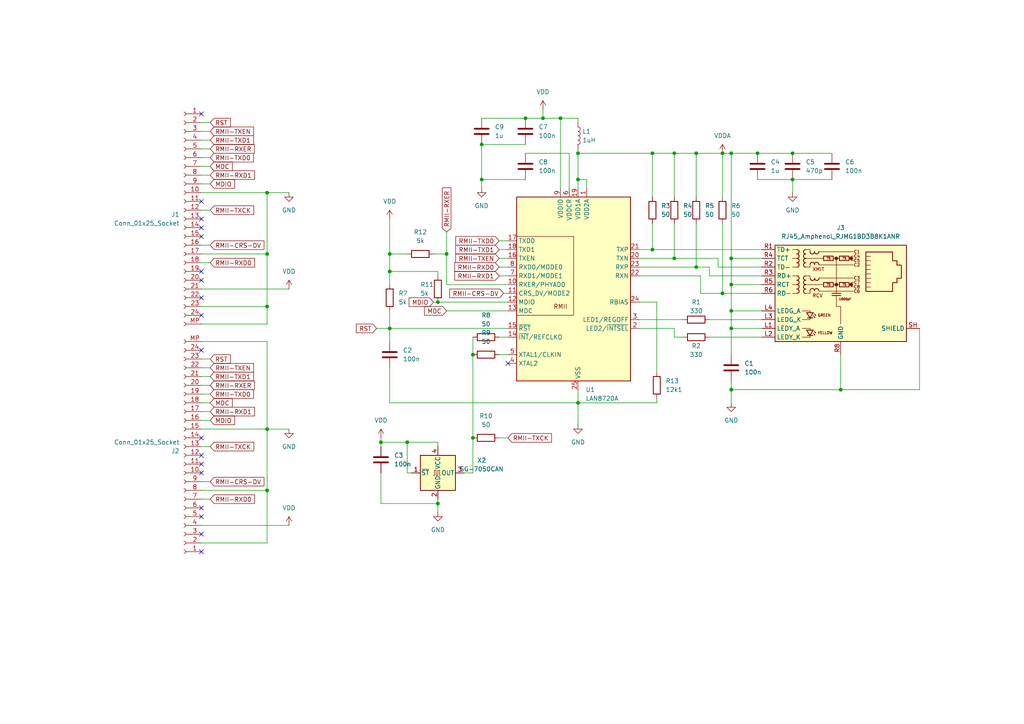
<source format=kicad_sch>
(kicad_sch (version 20230121) (generator eeschema)
  (paper "A4")
  (title_block (title "MangoPi MQ Pro 10/100 LAN PHY"))
  (lib_symbols
    (symbol "Connector:Conn_01x25_Socket" (pin_names (offset 1.016) hide)
      (property "Reference" "J1" (at 1.27 1.27 0))
      (property "Value" "Conn_01x25_Socket" (at 1.27 -1.27 0))
      (symbol "Conn_01x25_Socket_1_1"
        (arc (start 0 -29.972) (mid -0.5058 -30.48) (end 0 -30.988) (stroke (width 0.1524)))
        (arc (start 0 -27.432) (mid -0.5058 -27.94) (end 0 -28.448) (stroke (width 0.1524)))
        (arc (start 0 -24.892) (mid -0.5058 -25.4) (end 0 -25.908) (stroke (width 0.1524)))
        (arc (start 0 -22.352) (mid -0.5058 -22.86) (end 0 -23.368) (stroke (width 0.1524)))
        (arc (start 0 -19.812) (mid -0.5058 -20.32) (end 0 -20.828) (stroke (width 0.1524)))
        (arc (start 0 -17.272) (mid -0.5058 -17.78) (end 0 -18.288) (stroke (width 0.1524)))
        (arc (start 0 -14.732) (mid -0.5058 -15.24) (end 0 -15.748) (stroke (width 0.1524)))
        (arc (start 0 -12.192) (mid -0.5058 -12.7) (end 0 -13.208) (stroke (width 0.1524)))
        (arc (start 0 -9.652) (mid -0.5058 -10.16) (end 0 -10.668) (stroke (width 0.1524)))
        (arc (start 0 -7.112) (mid -0.5058 -7.62) (end 0 -8.128) (stroke (width 0.1524)))
        (arc (start 0 -4.572) (mid -0.5058 -5.08) (end 0 -5.588) (stroke (width 0.1524)))
        (arc (start 0 -2.032) (mid -0.5058 -2.54) (end 0 -3.048) (stroke (width 0.1524)))
        (polyline (pts (xy -1.27 -30.48) (xy -0.508 -30.48)) (stroke (width 0.1524)))
        (polyline (pts (xy -1.27 -27.94) (xy -0.508 -27.94)) (stroke (width 0.1524)))
        (polyline (pts (xy -1.27 -25.4) (xy -0.508 -25.4)) (stroke (width 0.1524)))
        (polyline (pts (xy -1.27 -22.86) (xy -0.508 -22.86)) (stroke (width 0.1524)))
        (polyline (pts (xy -1.27 -20.32) (xy -0.508 -20.32)) (stroke (width 0.1524)))
        (polyline (pts (xy -1.27 -17.78) (xy -0.508 -17.78)) (stroke (width 0.1524)))
        (polyline (pts (xy -1.27 -15.24) (xy -0.508 -15.24)) (stroke (width 0.1524)))
        (polyline (pts (xy -1.27 -12.7) (xy -0.508 -12.7)) (stroke (width 0.1524)))
        (polyline (pts (xy -1.27 -10.16) (xy -0.508 -10.16)) (stroke (width 0.1524)))
        (polyline (pts (xy -1.27 -7.62) (xy -0.508 -7.62)) (stroke (width 0.1524)))
        (polyline (pts (xy -1.27 -5.08) (xy -0.508 -5.08)) (stroke (width 0.1524)))
        (polyline (pts (xy -1.27 -2.54) (xy -0.508 -2.54)) (stroke (width 0.1524)))
        (polyline (pts (xy -1.27 0) (xy -0.508 0)) (stroke (width 0.1524)))
        (polyline (pts (xy -1.27 2.54) (xy -0.508 2.54)) (stroke (width 0.1524)))
        (polyline (pts (xy -1.27 5.08) (xy -0.508 5.08)) (stroke (width 0.1524)))
        (polyline (pts (xy -1.27 7.62) (xy -0.508 7.62)) (stroke (width 0.1524)))
        (polyline (pts (xy -1.27 10.16) (xy -0.508 10.16)) (stroke (width 0.1524)))
        (polyline (pts (xy -1.27 12.7) (xy -0.508 12.7)) (stroke (width 0.1524)))
        (polyline (pts (xy -1.27 15.24) (xy -0.508 15.24)) (stroke (width 0.1524)))
        (polyline (pts (xy -1.27 17.78) (xy -0.508 17.78)) (stroke (width 0.1524)))
        (polyline (pts (xy -1.27 20.32) (xy -0.508 20.32)) (stroke (width 0.1524)))
        (polyline (pts (xy -1.27 22.86) (xy -0.508 22.86)) (stroke (width 0.1524)))
        (polyline (pts (xy -1.27 25.4) (xy -0.508 25.4)) (stroke (width 0.1524)))
        (polyline (pts (xy -1.27 27.94) (xy -0.508 27.94)) (stroke (width 0.1524)))
        (polyline (pts (xy -1.27 30.48) (xy -0.508 30.48)) (stroke (width 0.1524)))
        (arc (start 0 0.508) (mid -0.5058 0) (end 0 -0.508) (stroke (width 0.1524)))
        (arc (start 0 3.048) (mid -0.5058 2.54) (end 0 2.032) (stroke (width 0.1524)))
        (arc (start 0 5.588) (mid -0.5058 5.08) (end 0 4.572) (stroke (width 0.1524)))
        (arc (start 0 8.128) (mid -0.5058 7.62) (end 0 7.112) (stroke (width 0.1524)))
        (arc (start 0 10.668) (mid -0.5058 10.16) (end 0 9.652) (stroke (width 0.1524)))
        (arc (start 0 13.208) (mid -0.5058 12.7) (end 0 12.192) (stroke (width 0.1524)))
        (arc (start 0 15.748) (mid -0.5058 15.24) (end 0 14.732) (stroke (width 0.1524)))
        (arc (start 0 18.288) (mid -0.5058 17.78) (end 0 17.272) (stroke (width 0.1524)))
        (arc (start 0 20.828) (mid -0.5058 20.32) (end 0 19.812) (stroke (width 0.1524)))
        (arc (start 0 23.368) (mid -0.5058 22.86) (end 0 22.352) (stroke (width 0.1524)))
        (arc (start 0 25.908) (mid -0.5058 25.4) (end 0 24.892) (stroke (width 0.1524)))
        (arc (start 0 28.448) (mid -0.5058 27.94) (end 0 27.432) (stroke (width 0.1524)))
        (arc (start 0 30.988) (mid -0.5058 30.48) (end 0 29.972) (stroke (width 0.1524)))
        (pin passive line (at -5.08 30.48 0) (length 3.81) (name "Pin_1") (number "1"))
        (pin passive line (at -5.08 7.62 0) (length 3.81) (name "Pin_10") (number "10"))
        (pin passive line (at -5.08 5.08 0) (length 3.81) (name "Pin_11") (number "11"))
        (pin passive line (at -5.08 2.54 0) (length 3.81) (name "Pin_12") (number "12"))
        (pin passive line (at -5.08 0 0) (length 3.81) (name "Pin_13") (number "13"))
        (pin passive line (at -5.08 -2.54 0) (length 3.81) (name "Pin_14") (number "14"))
        (pin passive line (at -5.08 -5.08 0) (length 3.81) (name "Pin_15") (number "15"))
        (pin passive line (at -5.08 -7.62 0) (length 3.81) (name "Pin_16") (number "16"))
        (pin passive line (at -5.08 -10.16 0) (length 3.81) (name "Pin_17") (number "17"))
        (pin passive line (at -5.08 -12.7 0) (length 3.81) (name "Pin_18") (number "18"))
        (pin passive line (at -5.08 -15.24 0) (length 3.81) (name "Pin_19") (number "19"))
        (pin passive line (at -5.08 27.94 0) (length 3.81) (name "Pin_2") (number "2"))
        (pin passive line (at -5.08 -17.78 0) (length 3.81) (name "Pin_20") (number "20"))
        (pin passive line (at -5.08 -20.32 0) (length 3.81) (name "Pin_21") (number "21"))
        (pin passive line (at -5.08 -22.86 0) (length 3.81) (name "Pin_22") (number "22"))
        (pin passive line (at -5.08 -25.4 0) (length 3.81) (name "Pin_23") (number "23"))
        (pin passive line (at -5.08 -27.94 0) (length 3.81) (name "Pin_24") (number "24"))
        (pin passive line (at -5.08 25.4 0) (length 3.81) (name "Pin_3") (number "3"))
        (pin passive line (at -5.08 22.86 0) (length 3.81) (name "Pin_4") (number "4"))
        (pin passive line (at -5.08 20.32 0) (length 3.81) (name "Pin_5") (number "5"))
        (pin passive line (at -5.08 17.78 0) (length 3.81) (name "Pin_6") (number "6"))
        (pin passive line (at -5.08 15.24 0) (length 3.81) (name "Pin_7") (number "7"))
        (pin passive line (at -5.08 12.7 0) (length 3.81) (name "Pin_8") (number "8"))
        (pin passive line (at -5.08 10.16 0) (length 3.81) (name "Pin_9") (number "9"))
        (pin passive line (at -5.08 -30.48 0) (length 3.81) (name "Pin_25") (number "MP"))
      )
    )
    (symbol "Connector:RJ45_Amphenol_RJMG1BD3B8K1ANR"
      (property "Reference" "J" (at 19.05 15.24 0))
      (property "Value" "RJ45_Amphenol_RJMG1BD3B8K1ANR" (at -19.05 15.24 0))
      (symbol "RJ45_Amphenol_RJMG1BD3B8K1ANR_0_0"
        (circle (center -1.27 2.54) (radius 0.0001) (stroke (width 0.508)))
        (circle (center -1.27 10.16) (radius 0.0001) (stroke (width 0.508)))
        (polyline (pts (xy -1.27 10.16) (xy -1.27 0)))
        (polyline (pts (xy 0 -0.635) (xy -2.54 -0.635)) (stroke (width 0.254)))
        (polyline (pts (xy 0 0) (xy -2.54 0)) (stroke (width 0.254)))
        (polyline (pts (xy 3.048 2.54) (xy 2.54 2.54)))
        (polyline (pts (xy 3.048 10.16) (xy 2.54 10.16)))
        (polyline (pts (xy -11.176 -12.7) (xy -8.89 -12.7) (xy -8.89 -12.065)))
        (polyline (pts (xy -11.176 -10.16) (xy -8.89 -10.16) (xy -8.89 -10.668)))
        (polyline (pts (xy -11.176 -5.08) (xy -8.89 -5.08) (xy -8.89 -5.588)))
        (polyline (pts (xy -8.89 -6.985) (xy -8.89 -7.62) (xy -11.176 -7.62)))
        (polyline (pts (xy -1.27 -0.635) (xy -1.27 -3.81) (xy 0 -3.81) (xy 0 -8.89)))
        (polyline (pts (xy 3.683 3.175) (xy 3.048 3.175) (xy 3.048 1.905) (xy 3.683 1.905)))
        (polyline (pts (xy 3.683 10.795) (xy 3.048 10.795) (xy 3.048 9.525) (xy 3.683 9.525)))
        (circle (center 3.048 2.54) (radius 0.0001) (stroke (width 0.508)))
        (circle (center 3.048 10.16) (radius 0.0001) (stroke (width 0.508)))
        (text "C1" (at 4.699 12.065 0) (effects (font (size 0.889 0.889))))
        (text "C2" (at 4.699 8.255 0) (effects (font (size 0.889 0.889))))
        (text "C3" (at 4.699 4.445 0) (effects (font (size 0.889 0.889))))
        (text "C4" (at 4.699 10.795 0) (effects (font (size 0.889 0.889))))
        (text "C5" (at 4.699 9.525 0) (effects (font (size 0.889 0.889))))
        (text "C6" (at 4.699 0.635 0) (effects (font (size 0.889 0.889))))
        (text "C7" (at 4.699 3.175 0) (effects (font (size 0.889 0.889))))
        (text "C8" (at 4.699 1.905 0) (effects (font (size 0.889 0.889))))
        (text "GREEN" (at -6.731 -6.35 0) (effects (font (size 0.762 0.762)) (justify left)))
        (text "RCV" (at -8.255 -0.635 0) (effects (font (size 1.016 1.016)) (justify left)))
        (text "XMIT" (at -8.255 6.985 0) (effects (font (size 1.016 1.016)) (justify left)))
        (text "YELLOW" (at -6.731 -11.43 0) (effects (font (size 0.762 0.762)) (justify left)))
      )
      (symbol "RJ45_Amphenol_RJMG1BD3B8K1ANR_0_1"
        (rectangle (start -19.05 13.97) (end 19.05 -13.97) (stroke (width 0.254)) (fill (type background)))
        (polyline (pts (xy -12.7 0) (xy -13.97 0)))
        (polyline (pts (xy -12.7 2.54) (xy -13.97 2.54)))
        (polyline (pts (xy -12.7 5.08) (xy -13.97 5.08)))
        (polyline (pts (xy -12.7 7.62) (xy -13.97 7.62)))
        (polyline (pts (xy -12.7 10.16) (xy -13.97 10.16)))
        (polyline (pts (xy -12.7 12.7) (xy -13.97 12.7)))
        (polyline (pts (xy -6.35 0.635) (xy 3.683 0.635)))
        (polyline (pts (xy -6.35 8.255) (xy 3.683 8.255)))
        (polyline (pts (xy -6.35 12.065) (xy 3.683 12.065)))
        (polyline (pts (xy -6.223 4.445) (xy 3.683 4.445)))
        (polyline (pts (xy -5.08 2.54) (xy -10.16 2.54)))
        (polyline (pts (xy -4.953 10.16) (xy -10.16 10.16)))
        (polyline (pts (xy -2.159 2.54) (xy -0.381 2.54)))
        (polyline (pts (xy -2.159 10.16) (xy -0.381 10.16)))
        (polyline (pts (xy 7.4295 3.1115) (xy 8.6995 3.1115)))
        (polyline (pts (xy 7.4295 4.3815) (xy 8.6995 4.3815)))
        (polyline (pts (xy 7.4295 5.6515) (xy 8.6995 5.6515)))
        (polyline (pts (xy 7.4295 6.9215) (xy 8.6995 6.9215)))
        (polyline (pts (xy 7.4295 8.1915) (xy 8.6995 8.1915)))
        (polyline (pts (xy 8.6995 1.8415) (xy 7.4295 1.8415)))
        (polyline (pts (xy 8.6995 9.4615) (xy 7.4295 9.4615)))
        (polyline (pts (xy 8.6995 10.7315) (xy 7.4295 10.7315)))
        (polyline (pts (xy -10.16 5.08) (xy -8.89 5.08) (xy -8.89 4.445)))
        (polyline (pts (xy -10.16 12.7) (xy -8.89 12.7) (xy -8.89 12.065)))
        (polyline (pts (xy -8.89 0.635) (xy -8.89 0) (xy -10.16 0)))
        (polyline (pts (xy -8.89 8.255) (xy -8.89 7.62) (xy -10.16 7.62)))
      )
      (symbol "RJ45_Amphenol_RJMG1BD3B8K1ANR_1_0"
        (text "1000pF" (at 1.27 -1.651 0) (effects (font (size 0.635 0.635))))
      )
      (symbol "RJ45_Amphenol_RJMG1BD3B8K1ANR_1_1"
        (arc (start -12.7 3.81) (mid -12.0677 4.445) (end -12.7 5.08) (stroke (width 0.254)))
        (arc (start -12.6973 0) (mid -12.065 0.635) (end -12.6973 1.27) (stroke (width 0.254)))
        (arc (start -12.6973 1.27) (mid -12.065 1.905) (end -12.6973 2.54) (stroke (width 0.254)))
        (arc (start -12.6973 2.54) (mid -12.065 3.175) (end -12.6973 3.81) (stroke (width 0.254)))
        (arc (start -12.6973 11.43) (mid -12.065 12.065) (end -12.6973 12.7) (stroke (width 0.254)))
        (arc (start -12.6946 7.62) (mid -12.0623 8.255) (end -12.6946 8.89) (stroke (width 0.254)))
        (arc (start -12.6946 8.89) (mid -12.0623 9.525) (end -12.6946 10.16) (stroke (width 0.254)))
        (arc (start -12.6946 10.16) (mid -12.0623 10.795) (end -12.6946 11.43) (stroke (width 0.254)))
        (arc (start -10.1654 2.54) (mid -10.7977 1.905) (end -10.1654 1.27) (stroke (width 0.254)))
        (arc (start -10.1654 3.81) (mid -10.7977 3.175) (end -10.1654 2.54) (stroke (width 0.254)))
        (arc (start -10.1654 5.08) (mid -10.7977 4.445) (end -10.1654 3.81) (stroke (width 0.254)))
        (arc (start -10.1654 10.16) (mid -10.7977 9.525) (end -10.1654 8.89) (stroke (width 0.254)))
        (arc (start -10.1654 11.43) (mid -10.7977 10.795) (end -10.1654 10.16) (stroke (width 0.254)))
        (arc (start -10.1654 12.7) (mid -10.7977 12.065) (end -10.1654 11.43) (stroke (width 0.254)))
        (arc (start -10.1627 1.27) (mid -10.795 0.635) (end -10.1627 0) (stroke (width 0.254)))
        (arc (start -10.1627 8.89) (mid -10.795 8.255) (end -10.1627 7.62) (stroke (width 0.254)))
        (arc (start -8.89 12.0623) (mid -8.255 11.43) (end -7.62 12.0623) (stroke (width 0.254)))
        (arc (start -8.8265 4.3788) (mid -8.1915 3.7465) (end -7.5565 4.3788) (stroke (width 0.254)))
        (arc (start -7.62 0.7647) (mid -8.255 1.397) (end -8.89 0.7647) (stroke (width 0.254)))
        (arc (start -7.62 8.3847) (mid -8.255 9.017) (end -8.89 8.3847) (stroke (width 0.254)))
        (arc (start -7.62 12.065) (mid -6.985 11.4327) (end -6.35 12.065) (stroke (width 0.254)))
        (arc (start -7.5565 4.3815) (mid -6.9215 3.7492) (end -6.2865 4.3815) (stroke (width 0.254)))
        (arc (start -6.35 0.7674) (mid -6.985 1.3997) (end -7.62 0.7674) (stroke (width 0.254)))
        (arc (start -6.35 8.3874) (mid -6.985 9.0197) (end -7.62 8.3874) (stroke (width 0.254)))
        (rectangle (start -4.953 3.175) (end -2.159 1.905) (stroke (width 0.254)))
        (rectangle (start -4.953 10.795) (end -2.159 9.525) (stroke (width 0.254)))
        (rectangle (start -0.381 3.175) (end 2.413 1.905) (stroke (width 0.254)))
        (rectangle (start -0.381 10.795) (end 2.413 9.525) (stroke (width 0.254)))
        (polyline (pts (xy -8.128 -12.192) (xy -9.652 -12.192)) (stroke (width 0.254)))
        (polyline (pts (xy -8.128 -7.112) (xy -9.652 -7.112)) (stroke (width 0.254)))
        (polyline (pts (xy -7.493 -12.065) (xy -7.493 -11.811)))
        (polyline (pts (xy -7.493 -6.985) (xy -7.493 -6.731)))
        (polyline (pts (xy -7.239 -11.43) (xy -7.239 -11.176)))
        (polyline (pts (xy -7.239 -6.35) (xy -7.239 -6.096)))
        (polyline (pts (xy -8.001 -11.557) (xy -7.493 -12.065) (xy -7.747 -12.065)))
        (polyline (pts (xy -8.001 -6.477) (xy -7.493 -6.985) (xy -7.747 -6.985)))
        (polyline (pts (xy -7.747 -10.922) (xy -7.239 -11.43) (xy -7.493 -11.43)))
        (polyline (pts (xy -7.747 -5.842) (xy -7.239 -6.35) (xy -7.493 -6.35)))
        (polyline (pts (xy -8.001 -10.668) (xy -9.906 -10.668) (xy -8.89 -12.192) (xy -8.001 -10.668)) (stroke (width 0.254)))
        (polyline (pts (xy -8.001 -5.588) (xy -9.906 -5.588) (xy -8.89 -7.112) (xy -8.001 -5.588)) (stroke (width 0.254)))
        (polyline (pts (xy 7.3025 0.5715) (xy 7.3025 12.0015) (xy 15.0495 12.0015) (xy 15.0495 9.4615) (xy 16.3195 9.4615) (xy 16.3195 8.1915) (xy 17.5895 8.1915) (xy 17.5895 4.3815) (xy 16.3195 4.3815) (xy 16.3195 3.1115) (xy 15.0495 3.1115) (xy 15.0495 0.5715) (xy 7.3025 0.5715)) (stroke (width 0.254)))
        (text "75" (at -3.556 2.54 0) (effects (font (size 0.635 0.635))))
        (text "75" (at -3.556 10.16 0) (effects (font (size 0.635 0.635))))
        (text "75" (at 1.016 2.54 0) (effects (font (size 0.635 0.635))))
        (text "75" (at 1.016 10.16 0) (effects (font (size 0.635 0.635))))
        (pin passive line (at -22.86 -10.16 0) (length 3.81) (name "LEDY_A") (number "L1"))
        (pin passive line (at -22.86 -12.7 0) (length 3.81) (name "LEDY_K") (number "L2"))
        (pin passive line (at -22.86 -7.62 0) (length 3.81) (name "LEDG_K") (number "L3"))
        (pin passive line (at -22.86 -5.08 0) (length 3.81) (name "LEDG_A") (number "L4"))
        (pin passive line (at -22.86 12.7 0) (length 3.81) (name "TD+") (number "R1"))
        (pin passive line (at -22.86 7.62 0) (length 3.81) (name "TD-") (number "R2"))
        (pin passive line (at -22.86 5.08 0) (length 3.81) (name "RD+") (number "R3"))
        (pin passive line (at -22.86 10.16 0) (length 3.81) (name "TCT") (number "R4"))
        (pin passive line (at -22.86 2.54 0) (length 3.81) (name "RCT") (number "R5"))
        (pin passive line (at -22.86 0 0) (length 3.81) (name "RD-") (number "R6"))
        (pin no_connect line (at 12.7 -5.08 0) (length 0) hide (name "NC") (number "R7"))
        (pin power_in line (at 0 -17.78 90) (length 3.81) (name "GND") (number "R8"))
        (pin passive line (at 22.86 -10.16 180) (length 3.81) (name "SHIELD") (number "SH"))
      )
    )
    (symbol "Device:C" (pin_numbers hide) (pin_names (offset 0.254))
      (property "Reference" "C" (at 0.635 2.54 0))
      (property "Value" "C" (at 0.635 -2.54 0))
      (symbol "C_0_1"
        (polyline (pts (xy -2.032 -0.762) (xy 2.032 -0.762)) (stroke (width 0.508)))
        (polyline (pts (xy -2.032 0.762) (xy 2.032 0.762)) (stroke (width 0.508)))
      )
      (symbol "C_1_1"
        (pin passive line (at 0 3.81 270) (length 2.794) (name "~") (number "1"))
        (pin passive line (at 0 -3.81 90) (length 2.794) (name "~") (number "2"))
      )
    )
    (symbol "Device:L" (pin_numbers hide) (pin_names (offset 1.016) hide)
      (property "Reference" "L" (at -1.27 0 90))
      (property "Value" "L" (at 1.905 0 90))
      (symbol "L_0_1"
        (arc (start 0 -2.54) (mid 0.6323 -1.905) (end 0 -1.27))
        (arc (start 0 -1.27) (mid 0.6323 -0.635) (end 0 0))
        (arc (start 0 0) (mid 0.6323 0.635) (end 0 1.27))
        (arc (start 0 1.27) (mid 0.6323 1.905) (end 0 2.54))
      )
      (symbol "L_1_1"
        (pin passive line (at 0 3.81 270) (length 1.27) (name "1") (number "1"))
        (pin passive line (at 0 -3.81 90) (length 1.27) (name "2") (number "2"))
      )
    )
    (symbol "Device:R" (pin_numbers hide) (pin_names (offset 0))
      (property "Reference" "R" (at 2.032 0 90))
      (property "Value" "R" (at 0 0 90))
      (symbol "R_0_1"
        (rectangle (start -1.016 -2.54) (end 1.016 2.54) (stroke (width 0.254)))
      )
      (symbol "R_1_1"
        (pin passive line (at 0 3.81 270) (length 1.27) (name "~") (number "1"))
        (pin passive line (at 0 -3.81 90) (length 1.27) (name "~") (number "2"))
      )
    )
    (symbol "Interface_Ethernet:LAN8720A"
      (property "Reference" "U" (at -13.97 29.21 0))
      (property "Value" "LAN8720A" (at 15.24 29.21 0))
      (symbol "LAN8720A_0_0"
        (text "RMII" (at -5.08 -3.81 0) (effects (font (size 1.27 1.27))))
      )
      (symbol "LAN8720A_0_1"
        (rectangle (start -17.78 27.94) (end 15.24 -25.4) (stroke (width 0.254)) (fill (type background)))
        (polyline (pts (xy -17.78 -6.35) (xy -1.27 -6.35) (xy -1.27 16.51) (xy -17.78 16.51)))
      )
      (symbol "LAN8720A_1_1"
        (pin power_in line (at 2.54 30.48 270) (length 2.54) (name "VDD2A") (number "1"))
        (pin output line (at -20.32 2.54 0) (length 2.54) (name "RXER/PHYAD0") (number "10"))
        (pin bidirectional line (at -20.32 0 0) (length 2.54) (name "CRS_DV/MODE2") (number "11"))
        (pin bidirectional line (at -20.32 -2.54 0) (length 2.54) (name "MDIO") (number "12"))
        (pin input line (at -20.32 -5.08 0) (length 2.54) (name "MDC") (number "13"))
        (pin output line (at -20.32 -12.7 0) (length 2.54) (name "~{INT}/REFCLKO") (number "14"))
        (pin input line (at -20.32 -10.16 0) (length 2.54) (name "~{RST}") (number "15"))
        (pin input line (at -20.32 10.16 0) (length 2.54) (name "TXEN") (number "16"))
        (pin input line (at -20.32 15.24 0) (length 2.54) (name "TXD0") (number "17"))
        (pin input line (at -20.32 12.7 0) (length 2.54) (name "TXD1") (number "18"))
        (pin power_in line (at 0 30.48 270) (length 2.54) (name "VDD1A") (number "19"))
        (pin bidirectional line (at 17.78 -10.16 180) (length 2.54) (name "LED2/~{INTSEL}") (number "2"))
        (pin bidirectional line (at 17.78 10.16 180) (length 2.54) (name "TXN") (number "20"))
        (pin bidirectional line (at 17.78 12.7 180) (length 2.54) (name "TXP") (number "21"))
        (pin bidirectional line (at 17.78 5.08 180) (length 2.54) (name "RXN") (number "22"))
        (pin bidirectional line (at 17.78 7.62 180) (length 2.54) (name "RXP") (number "23"))
        (pin passive line (at 17.78 -2.54 180) (length 2.54) (name "RBIAS") (number "24"))
        (pin power_in line (at 0 -27.94 90) (length 2.54) (name "VSS") (number "25"))
        (pin bidirectional line (at 17.78 -7.62 180) (length 2.54) (name "LED1/REGOFF") (number "3"))
        (pin output line (at -20.32 -20.32 0) (length 2.54) (name "XTAL2") (number "4"))
        (pin input line (at -20.32 -17.78 0) (length 2.54) (name "XTAL1/CLKIN") (number "5"))
        (pin power_in line (at -2.54 30.48 270) (length 2.54) (name "VDDCR") (number "6"))
        (pin bidirectional line (at -20.32 5.08 0) (length 2.54) (name "RXD1/MODE1") (number "7"))
        (pin bidirectional line (at -20.32 7.62 0) (length 2.54) (name "RXD0/MODE0") (number "8"))
        (pin power_in line (at -5.08 30.48 270) (length 2.54) (name "VDDIO") (number "9"))
      )
    )
    (symbol "Oscillator:SG-7050CAN" (pin_names (offset 0.254))
      (property "Reference" "X" (at -5.08 6.35 0))
      (property "Value" "SG-7050CAN" (at 1.27 -6.35 0))
      (symbol "SG-7050CAN_0_1"
        (rectangle (start -5.08 5.08) (end 5.08 -5.08) (stroke (width 0.254)) (fill (type background)))
        (polyline (pts (xy -1.27 -0.762) (xy -1.016 -0.762) (xy -1.016 0.762) (xy -0.508 0.762) (xy -0.508 -0.762) (xy 0 -0.762) (xy 0 0.762) (xy 0.508 0.762) (xy 0.508 -0.762) (xy 0.762 -0.762)))
      )
      (symbol "SG-7050CAN_1_1"
        (pin input line (at -7.62 0 0) (length 2.54) (name "~{ST}") (number "1"))
        (pin power_in line (at 0 -7.62 90) (length 2.54) (name "GND") (number "2"))
        (pin output line (at 7.62 0 180) (length 2.54) (name "OUT") (number "3"))
        (pin power_in line (at 0 7.62 270) (length 2.54) (name "VCC") (number "4"))
      )
    )
    (symbol "power:GND" (power) (pin_names (offset 0))
      (property "Value" "GND" (at 0 -3.81 0))
      (symbol "GND_0_1"
        (polyline (pts (xy 0 0) (xy 0 -1.27) (xy 1.27 -1.27) (xy 0 -2.54) (xy -1.27 -1.27) (xy 0 -1.27)))
      )
      (symbol "GND_1_1"
        (pin power_in line (at 0 0 270) (length 0) hide (name "GND") (number "1"))
      )
    )
    (symbol "power:VDD" (power) (pin_names (offset 0))
      (property "Value" "VDD" (at 0 3.81 0))
      (symbol "VDD_0_1"
        (polyline (pts (xy -0.762 1.27) (xy 0 2.54)))
        (polyline (pts (xy 0 0) (xy 0 2.54)))
        (polyline (pts (xy 0 2.54) (xy 0.762 1.27)))
      )
      (symbol "VDD_1_1"
        (pin power_in line (at 0 0 90) (length 0) hide (name "VDD") (number "1"))
      )
    )
    (symbol "power:VDDA" (power) (pin_names (offset 0))
      (property "Value" "VDDA" (at 0 3.81 0))
      (symbol "VDDA_0_1"
        (polyline (pts (xy -0.762 1.27) (xy 0 2.54)))
        (polyline (pts (xy 0 0) (xy 0 2.54)))
        (polyline (pts (xy 0 2.54) (xy 0.762 1.27)))
      )
      (symbol "VDDA_1_1"
        (pin power_in line (at 0 0 90) (length 0) hide (name "VDDA") (number "1"))
      )
    )
  )
  (junction (at 219.71 44.45))
  (junction (at 212.09 82.55))
  (junction (at 77.47 124.46))
  (junction (at 195.58 74.93))
  (junction (at 212.09 44.45))
  (junction (at 212.09 74.93))
  (junction (at 201.93 44.45))
  (junction (at 113.03 95.25))
  (junction (at 189.23 44.45))
  (junction (at 229.87 52.07))
  (junction (at 139.7 41.91))
  (junction (at 139.7 52.07))
  (junction (at 113.03 78.74))
  (junction (at 189.23 72.39))
  (junction (at 212.09 90.17))
  (junction (at 212.09 95.25))
  (junction (at 77.47 88.9))
  (junction (at 201.93 77.47))
  (junction (at 243.84 113.03))
  (junction (at 209.55 44.45))
  (junction (at 113.03 73.66))
  (junction (at 157.48 34.29))
  (junction (at 229.87 44.45))
  (junction (at 127 87.63))
  (junction (at 167.64 44.45))
  (junction (at 118.11 128.27))
  (junction (at 77.47 55.88))
  (junction (at 212.09 113.03))
  (junction (at 77.47 142.24))
  (junction (at 137.16 102.87))
  (junction (at 162.56 34.29))
  (junction (at 195.58 44.45))
  (junction (at 77.47 73.66))
  (junction (at 167.64 52.07))
  (junction (at 129.54 73.66))
  (junction (at 110.49 128.27))
  (junction (at 137.16 127))
  (junction (at 127 146.05))
  (junction (at 167.64 116.84))
  (junction (at 209.55 85.09))
  (junction (at 152.4 34.29))
  (no_connect (at 58.42 81.28))
  (no_connect (at 58.42 86.36))
  (no_connect (at 58.42 66.04))
  (no_connect (at 58.42 68.58))
  (no_connect (at 58.42 132.08))
  (no_connect (at 58.42 78.74))
  (no_connect (at 58.42 127))
  (no_connect (at 58.42 137.16))
  (no_connect (at 58.42 147.32))
  (no_connect (at 147.32 105.41))
  (no_connect (at 58.42 134.62))
  (no_connect (at 58.42 160.02))
  (no_connect (at 58.42 33.02))
  (no_connect (at 58.42 154.94))
  (no_connect (at 58.42 58.42))
  (no_connect (at 58.42 101.6))
  (no_connect (at 58.42 149.86))
  (no_connect (at 58.42 63.5))
  (no_connect (at 58.42 91.44))
  (wire (pts (xy 127 78.74) (xy 113.03 78.74)))
  (wire (pts (xy 77.47 99.06) (xy 77.47 124.46)))
  (wire (pts (xy 209.55 85.09) (xy 220.98 85.09)))
  (wire (pts (xy 110.49 128.27) (xy 110.49 129.54)))
  (wire (pts (xy 58.42 35.56) (xy 60.96 35.56)))
  (wire (pts (xy 209.55 44.45) (xy 209.55 57.15)))
  (wire (pts (xy 109.22 95.25) (xy 113.03 95.25)))
  (wire (pts (xy 195.58 64.77) (xy 195.58 74.93)))
  (wire (pts (xy 185.42 87.63) (xy 190.5 87.63)))
  (wire (pts (xy 212.09 82.55) (xy 220.98 82.55)))
  (wire (pts (xy 167.64 113.03) (xy 167.64 116.84)))
  (wire (pts (xy 127 87.63) (xy 147.32 87.63)))
  (wire (pts (xy 185.42 74.93) (xy 195.58 74.93)))
  (wire (pts (xy 113.03 95.25) (xy 113.03 90.17)))
  (wire (pts (xy 58.42 116.84) (xy 60.96 116.84)))
  (wire (pts (xy 185.42 80.01) (xy 203.2 80.01)))
  (wire (pts (xy 185.42 92.71) (xy 198.12 92.71)))
  (wire (pts (xy 212.09 82.55) (xy 212.09 90.17)))
  (wire (pts (xy 113.03 73.66) (xy 113.03 78.74)))
  (wire (pts (xy 243.84 113.03) (xy 266.7 113.03)))
  (wire (pts (xy 127 80.01) (xy 127 78.74)))
  (wire (pts (xy 198.12 97.79) (xy 195.58 97.79)))
  (wire (pts (xy 58.42 121.92) (xy 60.96 121.92)))
  (wire (pts (xy 185.42 95.25) (xy 195.58 95.25)))
  (wire (pts (xy 144.78 97.79) (xy 147.32 97.79)))
  (wire (pts (xy 110.49 128.27) (xy 118.11 128.27)))
  (wire (pts (xy 58.42 76.2) (xy 60.96 76.2)))
  (wire (pts (xy 137.16 102.87) (xy 137.16 127)))
  (wire (pts (xy 118.11 137.16) (xy 119.38 137.16)))
  (wire (pts (xy 195.58 44.45) (xy 189.23 44.45)))
  (wire (pts (xy 58.42 48.26) (xy 60.96 48.26)))
  (wire (pts (xy 58.42 71.12) (xy 60.96 71.12)))
  (wire (pts (xy 77.47 157.48) (xy 77.47 142.24)))
  (wire (pts (xy 212.09 110.49) (xy 212.09 113.03)))
  (wire (pts (xy 190.5 115.57) (xy 190.5 116.84)))
  (wire (pts (xy 137.16 97.79) (xy 137.16 102.87)))
  (wire (pts (xy 219.71 52.07) (xy 229.87 52.07)))
  (wire (pts (xy 157.48 34.29) (xy 157.48 31.75)))
  (wire (pts (xy 58.42 99.06) (xy 77.47 99.06)))
  (wire (pts (xy 58.42 157.48) (xy 77.47 157.48)))
  (wire (pts (xy 203.2 80.01) (xy 203.2 85.09)))
  (wire (pts (xy 127 144.78) (xy 127 146.05)))
  (wire (pts (xy 229.87 44.45) (xy 241.3 44.45)))
  (wire (pts (xy 167.64 116.84) (xy 190.5 116.84)))
  (wire (pts (xy 127 146.05) (xy 127 148.59)))
  (wire (pts (xy 58.42 104.14) (xy 60.96 104.14)))
  (wire (pts (xy 110.49 127) (xy 110.49 128.27)))
  (wire (pts (xy 58.42 60.96) (xy 60.96 60.96)))
  (wire (pts (xy 201.93 64.77) (xy 201.93 77.47)))
  (wire (pts (xy 212.09 90.17) (xy 212.09 95.25)))
  (wire (pts (xy 185.42 72.39) (xy 189.23 72.39)))
  (wire (pts (xy 219.71 44.45) (xy 229.87 44.45)))
  (wire (pts (xy 201.93 44.45) (xy 201.93 57.15)))
  (wire (pts (xy 125.73 73.66) (xy 129.54 73.66)))
  (wire (pts (xy 58.42 93.98) (xy 77.47 93.98)))
  (wire (pts (xy 58.42 73.66) (xy 77.47 73.66)))
  (wire (pts (xy 113.03 116.84) (xy 167.64 116.84)))
  (wire (pts (xy 77.47 124.46) (xy 83.82 124.46)))
  (wire (pts (xy 208.28 74.93) (xy 208.28 77.47)))
  (wire (pts (xy 77.47 73.66) (xy 77.47 55.88)))
  (wire (pts (xy 212.09 74.93) (xy 220.98 74.93)))
  (wire (pts (xy 127 128.27) (xy 127 129.54)))
  (wire (pts (xy 195.58 74.93) (xy 208.28 74.93)))
  (wire (pts (xy 189.23 72.39) (xy 220.98 72.39)))
  (wire (pts (xy 147.32 82.55) (xy 129.54 82.55)))
  (wire (pts (xy 243.84 113.03) (xy 243.84 102.87)))
  (wire (pts (xy 219.71 44.45) (xy 212.09 44.45)))
  (wire (pts (xy 58.42 38.1) (xy 60.96 38.1)))
  (wire (pts (xy 58.42 142.24) (xy 77.47 142.24)))
  (wire (pts (xy 209.55 64.77) (xy 209.55 85.09)))
  (wire (pts (xy 129.54 82.55) (xy 129.54 73.66)))
  (wire (pts (xy 58.42 83.82) (xy 83.82 83.82)))
  (wire (pts (xy 77.47 55.88) (xy 83.82 55.88)))
  (wire (pts (xy 58.42 129.54) (xy 60.96 129.54)))
  (wire (pts (xy 113.03 63.5) (xy 113.03 73.66)))
  (wire (pts (xy 139.7 52.07) (xy 152.4 52.07)))
  (wire (pts (xy 229.87 52.07) (xy 241.3 52.07)))
  (wire (pts (xy 77.47 88.9) (xy 77.47 73.66)))
  (wire (pts (xy 170.18 52.07) (xy 170.18 54.61)))
  (wire (pts (xy 139.7 41.91) (xy 139.7 52.07)))
  (wire (pts (xy 58.42 53.34) (xy 60.96 53.34)))
  (wire (pts (xy 201.93 44.45) (xy 195.58 44.45)))
  (wire (pts (xy 113.03 78.74) (xy 113.03 82.55)))
  (wire (pts (xy 167.64 35.56) (xy 167.64 34.29)))
  (wire (pts (xy 58.42 45.72) (xy 60.96 45.72)))
  (wire (pts (xy 113.03 95.25) (xy 147.32 95.25)))
  (wire (pts (xy 58.42 106.68) (xy 60.96 106.68)))
  (wire (pts (xy 167.64 44.45) (xy 167.64 43.18)))
  (wire (pts (xy 205.74 92.71) (xy 220.98 92.71)))
  (wire (pts (xy 139.7 41.91) (xy 152.4 41.91)))
  (wire (pts (xy 165.1 44.45) (xy 165.1 54.61)))
  (wire (pts (xy 162.56 34.29) (xy 157.48 34.29)))
  (wire (pts (xy 205.74 77.47) (xy 205.74 80.01)))
  (wire (pts (xy 144.78 127) (xy 147.32 127)))
  (wire (pts (xy 201.93 44.45) (xy 209.55 44.45)))
  (wire (pts (xy 139.7 52.07) (xy 139.7 54.61)))
  (wire (pts (xy 58.42 144.78) (xy 60.96 144.78)))
  (wire (pts (xy 167.64 52.07) (xy 170.18 52.07)))
  (wire (pts (xy 58.42 124.46) (xy 77.47 124.46)))
  (wire (pts (xy 212.09 90.17) (xy 220.98 90.17)))
  (wire (pts (xy 212.09 74.93) (xy 212.09 82.55)))
  (wire (pts (xy 118.11 128.27) (xy 118.11 137.16)))
  (wire (pts (xy 58.42 88.9) (xy 77.47 88.9)))
  (wire (pts (xy 229.87 52.07) (xy 229.87 55.88)))
  (wire (pts (xy 58.42 40.64) (xy 60.96 40.64)))
  (wire (pts (xy 212.09 95.25) (xy 212.09 102.87)))
  (wire (pts (xy 139.7 34.29) (xy 152.4 34.29)))
  (wire (pts (xy 144.78 72.39) (xy 147.32 72.39)))
  (wire (pts (xy 165.1 44.45) (xy 152.4 44.45)))
  (wire (pts (xy 77.47 93.98) (xy 77.47 88.9)))
  (wire (pts (xy 113.03 73.66) (xy 118.11 73.66)))
  (wire (pts (xy 144.78 102.87) (xy 147.32 102.87)))
  (wire (pts (xy 129.54 90.17) (xy 147.32 90.17)))
  (wire (pts (xy 144.78 80.01) (xy 147.32 80.01)))
  (wire (pts (xy 201.93 77.47) (xy 205.74 77.47)))
  (wire (pts (xy 205.74 97.79) (xy 220.98 97.79)))
  (wire (pts (xy 162.56 34.29) (xy 162.56 54.61)))
  (wire (pts (xy 212.09 113.03) (xy 212.09 116.84)))
  (wire (pts (xy 58.42 114.3) (xy 60.96 114.3)))
  (wire (pts (xy 137.16 137.16) (xy 134.62 137.16)))
  (wire (pts (xy 266.7 113.03) (xy 266.7 95.25)))
  (wire (pts (xy 205.74 80.01) (xy 220.98 80.01)))
  (wire (pts (xy 190.5 87.63) (xy 190.5 107.95)))
  (wire (pts (xy 58.42 119.38) (xy 60.96 119.38)))
  (wire (pts (xy 77.47 142.24) (xy 77.47 124.46)))
  (wire (pts (xy 113.03 95.25) (xy 113.03 99.06)))
  (wire (pts (xy 110.49 146.05) (xy 127 146.05)))
  (wire (pts (xy 118.11 128.27) (xy 127 128.27)))
  (wire (pts (xy 195.58 44.45) (xy 195.58 57.15)))
  (wire (pts (xy 58.42 111.76) (xy 60.96 111.76)))
  (wire (pts (xy 58.42 50.8) (xy 60.96 50.8)))
  (wire (pts (xy 144.78 69.85) (xy 147.32 69.85)))
  (wire (pts (xy 110.49 137.16) (xy 110.49 146.05)))
  (wire (pts (xy 189.23 64.77) (xy 189.23 72.39)))
  (wire (pts (xy 167.64 44.45) (xy 167.64 52.07)))
  (wire (pts (xy 58.42 43.18) (xy 60.96 43.18)))
  (wire (pts (xy 189.23 44.45) (xy 167.64 44.45)))
  (wire (pts (xy 129.54 73.66) (xy 129.54 67.31)))
  (wire (pts (xy 185.42 77.47) (xy 201.93 77.47)))
  (wire (pts (xy 212.09 95.25) (xy 220.98 95.25)))
  (wire (pts (xy 189.23 44.45) (xy 189.23 57.15)))
  (wire (pts (xy 212.09 113.03) (xy 243.84 113.03)))
  (wire (pts (xy 146.05 85.09) (xy 147.32 85.09)))
  (wire (pts (xy 137.16 127) (xy 137.16 137.16)))
  (wire (pts (xy 152.4 34.29) (xy 157.48 34.29)))
  (wire (pts (xy 167.64 52.07) (xy 167.64 54.61)))
  (wire (pts (xy 58.42 139.7) (xy 60.96 139.7)))
  (wire (pts (xy 167.64 116.84) (xy 167.64 123.19)))
  (wire (pts (xy 144.78 77.47) (xy 147.32 77.47)))
  (wire (pts (xy 212.09 44.45) (xy 212.09 74.93)))
  (wire (pts (xy 167.64 34.29) (xy 162.56 34.29)))
  (wire (pts (xy 58.42 152.4) (xy 83.82 152.4)))
  (wire (pts (xy 58.42 109.22) (xy 60.96 109.22)))
  (wire (pts (xy 144.78 74.93) (xy 147.32 74.93)))
  (wire (pts (xy 208.28 77.47) (xy 220.98 77.47)))
  (wire (pts (xy 209.55 44.45) (xy 212.09 44.45)))
  (wire (pts (xy 113.03 106.68) (xy 113.03 116.84)))
  (wire (pts (xy 125.73 87.63) (xy 127 87.63)))
  (wire (pts (xy 58.42 55.88) (xy 77.47 55.88)))
  (wire (pts (xy 203.2 85.09) (xy 209.55 85.09)))
  (wire (pts (xy 195.58 97.79) (xy 195.58 95.25)))
  (global_label "RMII-TXCK" (shape input) (at 60.96 129.54 0) (property "Intersheetrefs" "${INTERSHEET_REFS}" (effects hide)))
  (global_label "RMII-TXCK" (shape input) (at 60.96 60.96 0) (property "Intersheetrefs" "${INTERSHEET_REFS}" (effects hide)))
  (global_label "RST" (shape input) (at 60.96 104.14 0) (property "Intersheetrefs" "${INTERSHEET_REFS}" (effects hide)))
  (global_label "RST" (shape input) (at 60.96 35.56 0) (property "Intersheetrefs" "${INTERSHEET_REFS}" (effects hide)))
  (global_label "RMII-TXEN" (shape input) (at 60.96 38.1 0) (property "Intersheetrefs" "${INTERSHEET_REFS}" (effects hide)))
  (global_label "RMII-TXD1" (shape input) (at 60.96 109.22 0) (property "Intersheetrefs" "${INTERSHEET_REFS}" (effects hide)))
  (global_label "MDC" (shape input) (at 60.96 48.26 0) (property "Intersheetrefs" "${INTERSHEET_REFS}" (effects hide)))
  (global_label "RMII-RXD1" (shape input) (at 60.96 50.8 0) (property "Intersheetrefs" "${INTERSHEET_REFS}" (effects hide)))
  (global_label "MDIO" (shape input) (at 60.96 53.34 0) (property "Intersheetrefs" "${INTERSHEET_REFS}" (effects hide)))
  (global_label "RMII-TXD0" (shape input) (at 60.96 45.72 0) (property "Intersheetrefs" "${INTERSHEET_REFS}" (effects hide)))
  (global_label "RMII-TXEN" (shape input) (at 144.78 74.93 180) (property "Intersheetrefs" "${INTERSHEET_REFS}" (effects hide)))
  (global_label "RMII-CRS-DV" (shape input) (at 60.96 139.7 0) (property "Intersheetrefs" "${INTERSHEET_REFS}" (effects hide)))
  (global_label "RMII-TXD0" (shape input) (at 60.96 114.3 0) (property "Intersheetrefs" "${INTERSHEET_REFS}" (effects hide)))
  (global_label "MDIO" (shape input) (at 125.73 87.63 180) (property "Intersheetrefs" "${INTERSHEET_REFS}" (effects hide)))
  (global_label "RMII-RXD1" (shape input) (at 60.96 119.38 0) (property "Intersheetrefs" "${INTERSHEET_REFS}" (effects hide)))
  (global_label "RMII-RXD0" (shape input) (at 60.96 76.2 0) (property "Intersheetrefs" "${INTERSHEET_REFS}" (effects hide)))
  (global_label "RMII-RXD1" (shape input) (at 144.78 80.01 180) (property "Intersheetrefs" "${INTERSHEET_REFS}" (effects hide)))
  (global_label "RMII-RXD0" (shape input) (at 60.96 144.78 0) (property "Intersheetrefs" "${INTERSHEET_REFS}" (effects hide)))
  (global_label "RMII-TXD0" (shape input) (at 144.78 69.85 180) (property "Intersheetrefs" "${INTERSHEET_REFS}" (effects hide)))
  (global_label "RST" (shape input) (at 109.22 95.25 180) (property "Intersheetrefs" "${INTERSHEET_REFS}" (effects hide)))
  (global_label "RMII-RXER" (shape input) (at 60.96 43.18 0) (property "Intersheetrefs" "${INTERSHEET_REFS}" (effects hide)))
  (global_label "RMII-TXD1" (shape input) (at 60.96 40.64 0) (property "Intersheetrefs" "${INTERSHEET_REFS}" (effects hide)))
  (global_label "MDC" (shape input) (at 129.54 90.17 180) (property "Intersheetrefs" "${INTERSHEET_REFS}" (effects hide)))
  (global_label "RMII-CRS-DV" (shape input) (at 146.05 85.09 180) (property "Intersheetrefs" "${INTERSHEET_REFS}" (effects hide)))
  (global_label "RMII-CRS-DV" (shape input) (at 60.96 71.12 0) (property "Intersheetrefs" "${INTERSHEET_REFS}" (effects hide)))
  (global_label "RMII-RXD0" (shape input) (at 144.78 77.47 180) (property "Intersheetrefs" "${INTERSHEET_REFS}" (effects hide)))
  (global_label "RMII-RXER" (shape input) (at 60.96 111.76 0) (property "Intersheetrefs" "${INTERSHEET_REFS}" (effects hide)))
  (global_label "RMII-RXER" (shape input) (at 129.54 67.31 90) (property "Intersheetrefs" "${INTERSHEET_REFS}" (effects hide)))
  (global_label "RMII-TXCK" (shape input) (at 147.32 127 0) (property "Intersheetrefs" "${INTERSHEET_REFS}" (effects hide)))
  (global_label "RMII-TXD1" (shape input) (at 144.78 72.39 180) (property "Intersheetrefs" "${INTERSHEET_REFS}" (effects hide)))
  (global_label "RMII-TXEN" (shape input) (at 60.96 106.68 0) (property "Intersheetrefs" "${INTERSHEET_REFS}" (effects hide)))
  (global_label "MDIO" (shape input) (at 60.96 121.92 0) (property "Intersheetrefs" "${INTERSHEET_REFS}" (effects hide)))
  (global_label "MDC" (shape input) (at 60.96 116.84 0) (property "Intersheetrefs" "${INTERSHEET_REFS}" (effects hide)))
  (symbol (lib_id "Device:R") (at 127 83.82 0) (unit 1)
    (property "Reference" "R11" (at 121.92 82.55 0) (effects (justify left)))
    (property "Value" "5k" (at 121.92 85.09 0) (effects (justify left)))
    (property "Footprint" "Resistor_SMD:R_0805_2012Metric_Pad1.20x1.40mm_HandSolder" (effects hide))
    (property "PN" "CRCW08055K00JNTA" (effects hide))
  )
  (symbol (lib_id "Device:L") (at 167.64 39.37 0) (unit 1)
    (property "Reference" "L1" (at 168.91 38.1 0) (effects (justify left)))
    (property "Value" "1uH" (at 168.91 40.64 0) (effects (justify left)))
    (property "Footprint" "Inductor_SMD:L_1206_3216Metric_Pad1.22x1.90mm_HandSolder" (effects hide))
    (property "PN" "MCQ1V3216-1R0-R" (effects hide))
  )
  (symbol (lib_id "power:GND") (at 83.82 55.88 0) (unit 1)
    (property "Reference" "#PWR04" (effects hide))
    (property "Value" "GND" (at 83.82 60.96 0))
  )
  (symbol (lib_id "Device:R") (at 201.93 92.71 90) (unit 1)
    (property "Reference" "R1" (at 201.93 87.63 90))
    (property "Value" "330" (at 201.93 90.17 90))
    (property "Footprint" "Resistor_SMD:R_0805_2012Metric_Pad1.20x1.40mm_HandSolder" (effects hide))
    (property "PN" "RMCF0805JT330R" (effects hide))
  )
  (symbol (lib_id "Device:R") (at 140.97 127 90) (unit 1)
    (property "Reference" "R10" (at 140.97 120.65 90))
    (property "Value" "50" (at 140.97 123.19 90))
    (property "Footprint" "Resistor_SMD:R_0805_2012Metric_Pad1.20x1.40mm_HandSolder" (effects hide))
    (property "PN" "RMCF0805JT51R0" (effects hide))
  )
  (symbol (lib_id "Connector:Conn_01x25_Socket") (at 53.34 63.5 0) (mirror y) (unit 1)
    (property "Reference" "J1" (at 52.07 62.23 0) (effects (justify left)))
    (property "Value" "Conn_01x25_Socket" (at 52.07 64.77 0) (effects (justify left)))
    (property "Footprint" "Connector_FFC-FPC:Hirose_FH12-24S-0.5SH_1x24-1MP_P0.50mm_Horizontal" (effects hide))
    (property "PN" "FH12-24S-0.5SH(55)" (effects hide))
  )
  (symbol (lib_id "Device:R") (at 121.92 73.66 90) (unit 1)
    (property "Reference" "R12" (at 121.92 67.31 90))
    (property "Value" "5k" (at 121.92 69.85 90))
    (property "Footprint" "Resistor_SMD:R_0805_2012Metric_Pad1.20x1.40mm_HandSolder" (effects hide))
    (property "PN" "CRCW08055K00JNTA" (effects hide))
  )
  (symbol (lib_id "Device:C") (at 113.03 102.87 0) (unit 1)
    (property "Reference" "C2" (at 116.84 101.6 0) (effects (justify left)))
    (property "Value" "100n" (at 116.84 104.14 0) (effects (justify left)))
    (property "Footprint" "Capacitor_SMD:C_0805_2012Metric_Pad1.18x1.45mm_HandSolder" (effects hide))
    (property "PN" "CL21B104MACNNNC" (effects hide))
  )
  (symbol (lib_id "power:GND") (at 127 148.59 0) (unit 1)
    (property "Reference" "#PWR010" (effects hide))
    (property "Value" "GND" (at 127 153.67 0))
  )
  (symbol (lib_id "Device:C") (at 152.4 48.26 0) (unit 1)
    (property "Reference" "C8" (at 156.21 46.99 0) (effects (justify left)))
    (property "Value" "100n" (at 156.21 49.53 0) (effects (justify left)))
    (property "Footprint" "Capacitor_SMD:C_0805_2012Metric_Pad1.18x1.45mm_HandSolder" (effects hide))
    (property "PN" "CL21B104MACNNNC" (effects hide))
  )
  (symbol (lib_id "power:VDD") (at 113.03 63.5 0) (unit 1)
    (property "Reference" "#PWR011" (effects hide))
    (property "Value" "VDD" (at 113.03 58.42 0))
  )
  (symbol (lib_id "Device:R") (at 140.97 102.87 90) (unit 1)
    (property "Reference" "R9" (at 140.97 96.52 90))
    (property "Value" "50" (at 140.97 99.06 90))
    (property "Footprint" "Resistor_SMD:R_0805_2012Metric_Pad1.20x1.40mm_HandSolder" (effects hide))
    (property "PN" "RMCF0805JT51R0" (effects hide))
  )
  (symbol (lib_id "power:VDD") (at 83.82 83.82 0) (unit 1)
    (property "Reference" "#PWR09" (effects hide))
    (property "Value" "VDD" (at 83.82 78.74 0))
  )
  (symbol (lib_id "Device:C") (at 152.4 38.1 0) (unit 1)
    (property "Reference" "C7" (at 156.21 36.83 0) (effects (justify left)))
    (property "Value" "100n" (at 156.21 39.37 0) (effects (justify left)))
    (property "Footprint" "Capacitor_SMD:C_0805_2012Metric_Pad1.18x1.45mm_HandSolder" (effects hide))
    (property "PN" "CL21B104MACNNNC" (effects hide))
  )
  (symbol (lib_id "Device:C") (at 212.09 106.68 0) (unit 1)
    (property "Reference" "C1" (at 215.9 105.41 0) (effects (justify left)))
    (property "Value" "100n" (at 215.9 107.95 0) (effects (justify left)))
    (property "Footprint" "Capacitor_SMD:C_0805_2012Metric_Pad1.18x1.45mm_HandSolder" (effects hide))
    (property "PN" "CL21B104MACNNNC" (effects hide))
  )
  (symbol (lib_id "power:GND") (at 139.7 54.61 0) (unit 1)
    (property "Reference" "#PWR013" (effects hide))
    (property "Value" "GND" (at 139.7 59.69 0))
  )
  (symbol (lib_id "power:VDDA") (at 209.55 44.45 0) (unit 1)
    (property "Reference" "#PWR014" (effects hide))
    (property "Value" "VDDA" (at 209.55 39.37 0))
  )
  (symbol (lib_id "Device:R") (at 201.93 60.96 0) (unit 1)
    (property "Reference" "R5" (at 204.47 59.69 0) (effects (justify left)))
    (property "Value" "50" (at 204.47 62.23 0) (effects (justify left)))
    (property "Footprint" "Resistor_SMD:R_0805_2012Metric_Pad1.20x1.40mm_HandSolder" (effects hide))
    (property "PN" "RMCF0805JT51R0" (effects hide))
  )
  (symbol (lib_id "Device:C") (at 241.3 48.26 0) (unit 1)
    (property "Reference" "C6" (at 245.11 46.99 0) (effects (justify left)))
    (property "Value" "100n" (at 245.11 49.53 0) (effects (justify left)))
    (property "Footprint" "Capacitor_SMD:C_0805_2012Metric_Pad1.18x1.45mm_HandSolder" (effects hide))
    (property "PN" "CL21B104MACNNNC" (effects hide))
  )
  (symbol (lib_id "Device:R") (at 140.97 97.79 90) (unit 1)
    (property "Reference" "R8" (at 140.97 91.44 90))
    (property "Value" "50" (at 140.97 93.98 90))
    (property "Footprint" "Resistor_SMD:R_0805_2012Metric_Pad1.20x1.40mm_HandSolder" (effects hide))
    (property "PN" "RMCF0805JT51R0" (effects hide))
  )
  (symbol (lib_id "Device:R") (at 113.03 86.36 0) (unit 1)
    (property "Reference" "R7" (at 115.57 85.09 0) (effects (justify left)))
    (property "Value" "5k" (at 115.57 87.63 0) (effects (justify left)))
    (property "Footprint" "Resistor_SMD:R_0805_2012Metric_Pad1.20x1.40mm_HandSolder" (effects hide))
    (property "PN" "CRCW08055K00JNTA" (effects hide))
  )
  (symbol (lib_id "Connector:Conn_01x25_Socket") (at 53.34 129.54 180) (unit 1)
    (property "Reference" "J2" (at 52.07 130.81 0) (effects (justify left)))
    (property "Value" "Conn_01x25_Socket" (at 52.07 128.27 0) (effects (justify left)))
    (property "Footprint" "Connector_FFC-FPC:Hirose_FH12-24S-0.5SH_1x24-1MP_P0.50mm_Horizontal" (effects hide))
    (property "PN" "FH12-24S-0.5SH(55)" (effects hide))
  )
  (symbol (lib_id "Device:R") (at 195.58 60.96 0) (unit 1)
    (property "Reference" "R4" (at 198.12 59.69 0) (effects (justify left)))
    (property "Value" "50" (at 198.12 62.23 0) (effects (justify left)))
    (property "Footprint" "Resistor_SMD:R_0805_2012Metric_Pad1.20x1.40mm_HandSolder" (effects hide))
    (property "PN" "RMCF0805JT51R0" (effects hide))
  )
  (symbol (lib_id "power:GND") (at 167.64 123.19 0) (unit 1)
    (property "Reference" "#PWR03" (effects hide))
    (property "Value" "GND" (at 167.64 128.27 0))
  )
  (symbol (lib_id "Connector:RJ45_Amphenol_RJMG1BD3B8K1ANR") (at 243.84 85.09 0) (unit 1)
    (property "Reference" "J3" (at 243.84 66.04 0))
    (property "Value" "RJ45_Amphenol_RJMG1BD3B8K1ANR" (at 243.84 68.58 0))
    (property "Footprint" "Connector_RJ:RJ45_Amphenol_RJMG1BD3B8K1ANR" (effects hide))
    (property "Datasheet" "https://www.amphenol-cs.com/media/wysiwyg/files/drawing/rjmg1bd3b8k1anr.pdf" (effects hide))
    (property "PN" "RJMG1BD3B8K1ANR" (effects hide))
  )
  (symbol (lib_id "Device:R") (at 190.5 111.76 0) (unit 1)
    (property "Reference" "R13" (at 193.04 110.49 0) (effects (justify left)))
    (property "Value" "12k1" (at 193.04 113.03 0) (effects (justify left)))
    (property "Footprint" "Resistor_SMD:R_0805_2012Metric_Pad1.20x1.40mm_HandSolder" (effects hide))
    (property "PN" "RMCF0805FG12K1" (effects hide))
  )
  (symbol (lib_id "power:GND") (at 229.87 55.88 0) (unit 1)
    (property "Reference" "#PWR012" (effects hide))
    (property "Value" "GND" (at 229.87 60.96 0))
  )
  (symbol (lib_id "Device:C") (at 229.87 48.26 0) (unit 1)
    (property "Reference" "C5" (at 233.68 46.99 0) (effects (justify left)))
    (property "Value" "470p" (at 233.68 49.53 0) (effects (justify left)))
    (property "Footprint" "Capacitor_SMD:C_0805_2012Metric_Pad1.18x1.45mm_HandSolder" (effects hide))
    (property "PN" "CL21B471KBANFNC" (effects hide))
  )
  (symbol (lib_id "Device:R") (at 201.93 97.79 90) (unit 1)
    (property "Reference" "R2" (at 201.93 100.33 90))
    (property "Value" "330" (at 201.93 102.87 90))
    (property "Footprint" "Resistor_SMD:R_0805_2012Metric_Pad1.20x1.40mm_HandSolder" (effects hide))
    (property "PN" "RMCF0805JT330R" (effects hide))
  )
  (symbol (lib_id "Device:C") (at 110.49 133.35 0) (unit 1)
    (property "Reference" "C3" (at 114.3 132.08 0) (effects (justify left)))
    (property "Value" "100n" (at 114.3 134.62 0) (effects (justify left)))
    (property "Footprint" "Capacitor_SMD:C_0805_2012Metric_Pad1.18x1.45mm_HandSolder" (effects hide))
    (property "PN" "CL21B104MACNNNC" (effects hide))
  )
  (symbol (lib_id "power:VDD") (at 83.82 152.4 0) (unit 1)
    (property "Reference" "#PWR06" (effects hide))
    (property "Value" "VDD" (at 83.82 147.32 0))
  )
  (symbol (lib_id "power:GND") (at 212.09 116.84 0) (unit 1)
    (property "Reference" "#PWR02" (effects hide))
    (property "Value" "GND" (at 212.09 121.92 0))
  )
  (symbol (lib_id "Device:R") (at 209.55 60.96 0) (unit 1)
    (property "Reference" "R6" (at 212.09 59.69 0) (effects (justify left)))
    (property "Value" "50" (at 212.09 62.23 0) (effects (justify left)))
    (property "Footprint" "Resistor_SMD:R_0805_2012Metric_Pad1.20x1.40mm_HandSolder" (effects hide))
    (property "PN" "RMCF0805JT51R0" (effects hide))
  )
  (symbol (lib_id "Device:C") (at 219.71 48.26 0) (unit 1)
    (property "Reference" "C4" (at 223.52 46.99 0) (effects (justify left)))
    (property "Value" "1u" (at 223.52 49.53 0) (effects (justify left)))
    (property "Footprint" "Capacitor_SMD:C_0805_2012Metric_Pad1.18x1.45mm_HandSolder" (effects hide))
    (property "PN" "CL21B105KOFNNNG" (effects hide))
  )
  (symbol (lib_id "Device:R") (at 189.23 60.96 0) (unit 1)
    (property "Reference" "R3" (at 191.77 59.69 0) (effects (justify left)))
    (property "Value" "50" (at 191.77 62.23 0) (effects (justify left)))
    (property "Footprint" "Resistor_SMD:R_0805_2012Metric_Pad1.20x1.40mm_HandSolder" (effects hide))
    (property "PN" "RMCF0805JT51R0" (effects hide))
  )
  (symbol (lib_id "Interface_Ethernet:LAN8720A") (at 167.64 85.09 0) (unit 1)
    (property "Reference" "U1" (at 169.8341 113.03 0) (effects (justify left)))
    (property "Value" "LAN8720A" (at 169.8341 115.57 0) (effects (justify left)))
    (property "Footprint" "Package_DFN_QFN:VQFN-24-1EP_4x4mm_P0.5mm_EP2.5x2.5mm_ThermalVias" (effects hide))
    (property "Datasheet" "http://ww1.microchip.com/downloads/en/DeviceDoc/8720a.pdf" (effects hide))
    (property "PN" "LAN8720A-CP-ABC" (effects hide))
  )
  (symbol (lib_id "power:VDD") (at 157.48 31.75 0) (unit 1)
    (property "Reference" "#PWR07" (effects hide))
    (property "Value" "VDD" (at 157.48 26.67 0))
  )
  (symbol (lib_id "Oscillator:SG-7050CAN") (at 127 137.16 0) (unit 1)
    (property "Reference" "X2" (at 139.7 133.5121 0))
    (property "Value" "SG-7050CAN" (at 139.7 136.0521 0))
    (property "Footprint" "Oscillator:Oscillator_SMD_SeikoEpson_SG8002CA-4Pin_7.0x5.0mm" (effects hide))
    (property "Datasheet" "https://support.epson.biz/td/api/doc_check.php?dl=brief_SG7050CAN&lang=en" (effects hide))
    (property "PN" "SG7050CAN 50.000000M-TJGA0" (effects hide))
  )
  (symbol (lib_id "Device:C") (at 139.7 38.1 0) (unit 1)
    (property "Reference" "C9" (at 143.51 36.83 0) (effects (justify left)))
    (property "Value" "1u" (at 143.51 39.37 0) (effects (justify left)))
    (property "Footprint" "Capacitor_SMD:C_0805_2012Metric_Pad1.18x1.45mm_HandSolder" (effects hide))
    (property "PN" "CL21B105KOFNNNG" (effects hide))
  )
  (symbol (lib_id "power:GND") (at 83.82 124.46 0) (unit 1)
    (property "Reference" "#PWR01" (effects hide))
    (property "Value" "GND" (at 83.82 129.54 0))
  )
  (symbol (lib_id "power:VDD") (at 110.49 127 0) (unit 1)
    (property "Reference" "#PWR08" (effects hide))
    (property "Value" "VDD" (at 110.49 121.92 0))
  )
)
</source>
